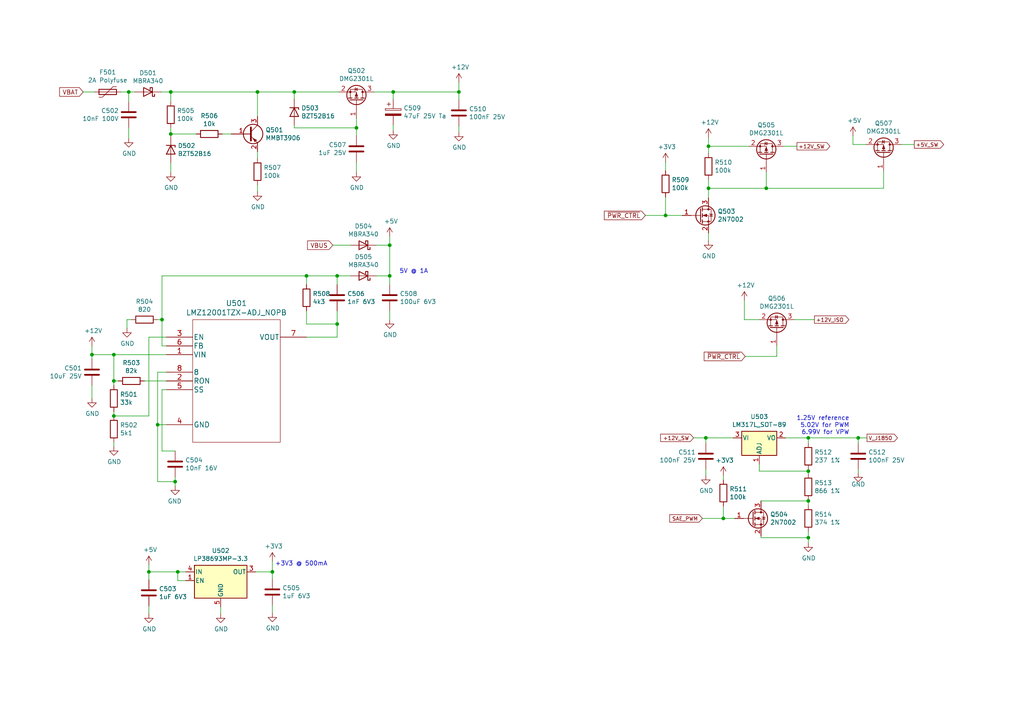
<source format=kicad_sch>
(kicad_sch (version 20211123) (generator eeschema)
  (paper "A4")
  (lib_symbols
    (symbol "Device:C" (pin_numbers hide) (pin_names (offset 0.254))
      (property "Reference" "C" (at 0.635 2.54 0))
      (property "Value" "C" (at 0.635 -2.54 0))
      (symbol "C_0_1"
        (polyline (pts (xy -2.032 -0.762) (xy 2.032 -0.762)) (stroke (width 0.508)))
        (polyline (pts (xy -2.032 0.762) (xy 2.032 0.762)) (stroke (width 0.508)))
      )
      (symbol "C_1_1"
        (pin passive line (at 0 3.81 270) (length 2.794) (name "~") (number "1"))
        (pin passive line (at 0 -3.81 90) (length 2.794) (name "~") (number "2"))
      )
    )
    (symbol "Device:CP" (pin_numbers hide) (pin_names (offset 0.254))
      (property "Reference" "C" (at 0.635 2.54 0))
      (property "Value" "Device_CP" (at 0.635 -2.54 0))
      (symbol "CP_0_1"
        (rectangle (start -2.286 0.508) (end 2.286 1.016))
        (polyline (pts (xy -1.778 2.286) (xy -0.762 2.286)))
        (polyline (pts (xy -1.27 2.794) (xy -1.27 1.778)))
        (rectangle (start 2.286 -0.508) (end -2.286 -1.016) (fill (type outline)))
      )
      (symbol "CP_1_1"
        (pin passive line (at 0 3.81 270) (length 2.794) (name "~") (number "1"))
        (pin passive line (at 0 -3.81 90) (length 2.794) (name "~") (number "2"))
      )
    )
    (symbol "Device:Polyfuse" (pin_numbers hide) (pin_names (offset 0))
      (property "Reference" "F" (at -2.54 0 90))
      (property "Value" "Polyfuse" (at 2.54 0 90))
      (symbol "Polyfuse_0_1"
        (rectangle (start -0.762 2.54) (end 0.762 -2.54) (stroke (width 0.254)))
        (polyline (pts (xy 0 2.54) (xy 0 -2.54)))
        (polyline (pts (xy -1.524 2.54) (xy -1.524 1.524) (xy 1.524 -1.524) (xy 1.524 -2.54)))
      )
      (symbol "Polyfuse_1_1"
        (pin passive line (at 0 3.81 270) (length 1.27) (name "~") (number "1"))
        (pin passive line (at 0 -3.81 90) (length 1.27) (name "~") (number "2"))
      )
    )
    (symbol "Device:R" (pin_numbers hide) (pin_names (offset 0))
      (property "Reference" "R" (at 2.032 0 90))
      (property "Value" "R" (at 0 0 90))
      (symbol "R_0_1"
        (rectangle (start -1.016 -2.54) (end 1.016 2.54) (stroke (width 0.254)))
      )
      (symbol "R_1_1"
        (pin passive line (at 0 3.81 270) (length 1.27) (name "~") (number "1"))
        (pin passive line (at 0 -3.81 90) (length 1.27) (name "~") (number "2"))
      )
    )
    (symbol "Diode:BZT52Bxx" (pin_numbers hide) (pin_names (offset 1.016) hide)
      (property "Reference" "D" (at 0 2.54 0))
      (property "Value" "BZT52Bxx" (at 0 -2.54 0))
      (symbol "BZT52Bxx_0_1"
        (polyline (pts (xy 1.27 0) (xy -1.27 0)))
        (polyline (pts (xy -1.27 -1.27) (xy -1.27 1.27) (xy -0.762 1.27)) (stroke (width 0.254)))
        (polyline (pts (xy 1.27 -1.27) (xy 1.27 1.27) (xy -1.27 0) (xy 1.27 -1.27)) (stroke (width 0.254)))
      )
      (symbol "BZT52Bxx_1_1"
        (pin passive line (at -3.81 0 0) (length 2.54) (name "K") (number "1"))
        (pin passive line (at 3.81 0 180) (length 2.54) (name "A") (number "2"))
      )
    )
    (symbol "Diode:MBRA340" (pin_numbers hide) (pin_names hide)
      (property "Reference" "D" (at 0 2.54 0))
      (property "Value" "MBRA340" (at 0 -2.54 0))
      (symbol "MBRA340_0_1"
        (polyline (pts (xy 1.27 0) (xy -1.27 0)))
        (polyline (pts (xy 1.27 1.27) (xy 1.27 -1.27) (xy -1.27 0) (xy 1.27 1.27)) (stroke (width 0.254)))
        (polyline (pts (xy -1.905 0.635) (xy -1.905 1.27) (xy -1.27 1.27) (xy -1.27 -1.27) (xy -0.635 -1.27) (xy -0.635 -0.635)) (stroke (width 0.254)))
      )
      (symbol "MBRA340_1_1"
        (pin passive line (at -3.81 0 0) (length 2.54) (name "K") (number "1"))
        (pin passive line (at 3.81 0 180) (length 2.54) (name "A") (number "2"))
      )
    )
    (symbol "Regulator_Linear:LM317L_SOT-89" (pin_names (offset 0.254))
      (property "Reference" "U" (at -3.81 3.175 0))
      (property "Value" "LM317L_SOT-89" (at 0 3.175 0))
      (symbol "LM317L_SOT-89_0_1"
        (rectangle (start -5.08 1.905) (end 5.08 -5.08) (stroke (width 0.254)) (fill (type background)))
      )
      (symbol "LM317L_SOT-89_1_1"
        (pin input line (at 0 -7.62 90) (length 2.54) (name "ADJ") (number "1"))
        (pin power_out line (at 7.62 0 180) (length 2.54) (name "VO") (number "2"))
        (pin power_in line (at -7.62 0 0) (length 2.54) (name "VI") (number "3"))
      )
    )
    (symbol "Regulator_Linear:LP38693MP-3.3" (pin_names (offset 0.254))
      (property "Reference" "U" (at -6.35 5.715 0))
      (property "Value" "LP38693MP-3.3" (at 0 5.715 0))
      (symbol "LP38693MP-3.3_0_1"
        (rectangle (start -7.62 -5.08) (end 7.62 4.445) (stroke (width 0.254)) (fill (type background)))
      )
      (symbol "LP38693MP-3.3_1_1"
        (pin input line (at -10.16 0 0) (length 2.54) (name "EN") (number "1"))
        (pin no_connect line (at 7.62 0 180) (length 2.54) hide (name "NC") (number "2"))
        (pin power_out line (at 10.16 2.54 180) (length 2.54) (name "OUT") (number "3"))
        (pin power_in line (at -10.16 2.54 0) (length 2.54) (name "IN") (number "4"))
        (pin power_in line (at 0 -7.62 90) (length 2.54) (name "GND") (number "5"))
      )
    )
    (symbol "Transistor_BJT:MMBT3906" (pin_names (offset 0) hide)
      (property "Reference" "Q" (at 5.08 1.905 0))
      (property "Value" "MMBT3906" (at 5.08 0 0))
      (symbol "MMBT3906_0_1"
        (polyline (pts (xy 0.635 0.635) (xy 2.54 2.54)))
        (polyline (pts (xy 0.635 -0.635) (xy 2.54 -2.54) (xy 2.54 -2.54)))
        (polyline (pts (xy 0.635 1.905) (xy 0.635 -1.905) (xy 0.635 -1.905)) (stroke (width 0.508)))
        (polyline (pts (xy 2.286 -1.778) (xy 1.778 -2.286) (xy 1.27 -1.27) (xy 2.286 -1.778) (xy 2.286 -1.778)) (fill (type outline)))
        (circle (center 1.27 0) (radius 2.8194) (stroke (width 0.254)))
      )
      (symbol "MMBT3906_1_1"
        (pin input line (at -5.08 0 0) (length 5.715) (name "B") (number "1"))
        (pin passive line (at 2.54 -5.08 90) (length 2.54) (name "E") (number "2"))
        (pin passive line (at 2.54 5.08 270) (length 2.54) (name "C") (number "3"))
      )
    )
    (symbol "Transistor_FET:2N7002" (pin_names hide)
      (property "Reference" "Q" (at 5.08 1.905 0))
      (property "Value" "2N7002" (at 5.08 0 0))
      (symbol "2N7002_0_1"
        (polyline (pts (xy 0.254 0) (xy -2.54 0)))
        (polyline (pts (xy 0.254 1.905) (xy 0.254 -1.905)) (stroke (width 0.254)))
        (polyline (pts (xy 0.762 -1.27) (xy 0.762 -2.286)) (stroke (width 0.254)))
        (polyline (pts (xy 0.762 0.508) (xy 0.762 -0.508)) (stroke (width 0.254)))
        (polyline (pts (xy 0.762 2.286) (xy 0.762 1.27)) (stroke (width 0.254)))
        (polyline (pts (xy 2.54 2.54) (xy 2.54 1.778)))
        (polyline (pts (xy 2.54 -2.54) (xy 2.54 0) (xy 0.762 0)))
        (polyline (pts (xy 0.762 -1.778) (xy 3.302 -1.778) (xy 3.302 1.778) (xy 0.762 1.778)))
        (polyline (pts (xy 1.016 0) (xy 2.032 0.381) (xy 2.032 -0.381) (xy 1.016 0)) (fill (type outline)))
        (polyline (pts (xy 2.794 0.508) (xy 2.921 0.381) (xy 3.683 0.381) (xy 3.81 0.254)))
        (polyline (pts (xy 3.302 0.381) (xy 2.921 -0.254) (xy 3.683 -0.254) (xy 3.302 0.381)))
        (circle (center 1.651 0) (radius 2.794) (stroke (width 0.254)))
        (circle (center 2.54 -1.778) (radius 0.254) (fill (type outline)))
        (circle (center 2.54 1.778) (radius 0.254) (fill (type outline)))
      )
      (symbol "2N7002_1_1"
        (pin input line (at -5.08 0 0) (length 2.54) (name "G") (number "1"))
        (pin passive line (at 2.54 -5.08 90) (length 2.54) (name "S") (number "2"))
        (pin passive line (at 2.54 5.08 270) (length 2.54) (name "D") (number "3"))
      )
    )
    (symbol "Transistor_FET:DMG2301L" (pin_names hide)
      (property "Reference" "Q" (at 5.08 1.905 0))
      (property "Value" "DMG2301L" (at 5.08 0 0))
      (symbol "DMG2301L_0_1"
        (polyline (pts (xy 0.254 0) (xy -2.54 0)))
        (polyline (pts (xy 0.254 1.905) (xy 0.254 -1.905)) (stroke (width 0.254)))
        (polyline (pts (xy 0.762 -1.27) (xy 0.762 -2.286)) (stroke (width 0.254)))
        (polyline (pts (xy 0.762 0.508) (xy 0.762 -0.508)) (stroke (width 0.254)))
        (polyline (pts (xy 0.762 2.286) (xy 0.762 1.27)) (stroke (width 0.254)))
        (polyline (pts (xy 2.54 2.54) (xy 2.54 1.778)))
        (polyline (pts (xy 2.54 -2.54) (xy 2.54 0) (xy 0.762 0)))
        (polyline (pts (xy 0.762 1.778) (xy 3.302 1.778) (xy 3.302 -1.778) (xy 0.762 -1.778)))
        (polyline (pts (xy 2.286 0) (xy 1.27 0.381) (xy 1.27 -0.381) (xy 2.286 0)) (fill (type outline)))
        (polyline (pts (xy 2.794 -0.508) (xy 2.921 -0.381) (xy 3.683 -0.381) (xy 3.81 -0.254)))
        (polyline (pts (xy 3.302 -0.381) (xy 2.921 0.254) (xy 3.683 0.254) (xy 3.302 -0.381)))
        (circle (center 1.651 0) (radius 2.794) (stroke (width 0.254)))
        (circle (center 2.54 -1.778) (radius 0.254) (fill (type outline)))
        (circle (center 2.54 1.778) (radius 0.254) (fill (type outline)))
      )
      (symbol "DMG2301L_1_1"
        (pin input line (at -5.08 0 0) (length 2.54) (name "G") (number "1"))
        (pin passive line (at 2.54 -5.08 90) (length 2.54) (name "S") (number "2"))
        (pin passive line (at 2.54 5.08 270) (length 2.54) (name "D") (number "3"))
      )
    )
    (symbol "UltraLibrarian:LMZ12001TZX-ADJ_NOPB" (pin_names (offset 0.254))
      (property "Reference" "U" (at 20.32 10.16 0))
      (property "Value" "UltraLibrarian_LMZ12001TZX-ADJ_NOPB" (at 20.32 7.62 0))
      (symbol "LMZ12001TZX-ADJ_NOPB_1_1"
        (polyline (pts (xy 7.62 -30.48) (xy 33.02 -30.48)) (stroke (width 0.127)))
        (polyline (pts (xy 7.62 5.08) (xy 7.62 -30.48)) (stroke (width 0.127)))
        (polyline (pts (xy 33.02 -30.48) (xy 33.02 5.08)) (stroke (width 0.127)))
        (polyline (pts (xy 33.02 5.08) (xy 7.62 5.08)) (stroke (width 0.127)))
        (pin input line (at 0 -5.08 0) (length 7.62) (name "VIN") (number "1"))
        (pin unspecified line (at 0 -12.7 0) (length 7.62) (name "RON") (number "2"))
        (pin input line (at 0 0 0) (length 7.62) (name "EN") (number "3"))
        (pin power_in line (at 0 -25.4 0) (length 7.62) (name "GND") (number "4"))
        (pin unspecified line (at 0 -15.24 0) (length 7.62) (name "SS") (number "5"))
        (pin input line (at 0 -2.54 0) (length 7.62) (name "FB") (number "6"))
        (pin output line (at 40.64 0 180) (length 7.62) (name "VOUT") (number "7"))
        (pin unspecified line (at 0 -10.16 0) (length 7.62) (name "8") (number "8"))
      )
    )
    (symbol "power:+12V" (power) (pin_names (offset 0))
      (property "Value" "+12V" (at 0 3.556 0))
      (symbol "+12V_0_1"
        (polyline (pts (xy -0.762 1.27) (xy 0 2.54)))
        (polyline (pts (xy 0 0) (xy 0 2.54)))
        (polyline (pts (xy 0 2.54) (xy 0.762 1.27)))
      )
      (symbol "+12V_1_1"
        (pin power_in line (at 0 0 90) (length 0) hide (name "+12V") (number "1"))
      )
    )
    (symbol "power:+3V3" (power) (pin_names (offset 0))
      (property "Value" "+3V3" (at 0 3.556 0))
      (symbol "+3V3_0_1"
        (polyline (pts (xy -0.762 1.27) (xy 0 2.54)))
        (polyline (pts (xy 0 0) (xy 0 2.54)))
        (polyline (pts (xy 0 2.54) (xy 0.762 1.27)))
      )
      (symbol "+3V3_1_1"
        (pin power_in line (at 0 0 90) (length 0) hide (name "+3V3") (number "1"))
      )
    )
    (symbol "power:+5V" (power) (pin_names (offset 0))
      (property "Value" "+5V" (at 0 3.556 0))
      (symbol "+5V_0_1"
        (polyline (pts (xy -0.762 1.27) (xy 0 2.54)))
        (polyline (pts (xy 0 0) (xy 0 2.54)))
        (polyline (pts (xy 0 2.54) (xy 0.762 1.27)))
      )
      (symbol "+5V_1_1"
        (pin power_in line (at 0 0 90) (length 0) hide (name "+5V") (number "1"))
      )
    )
    (symbol "power:GND" (power) (pin_names (offset 0))
      (property "Value" "GND" (at 0 -3.81 0))
      (symbol "GND_0_1"
        (polyline (pts (xy 0 0) (xy 0 -1.27) (xy 1.27 -1.27) (xy 0 -2.54) (xy -1.27 -1.27) (xy 0 -1.27)))
      )
      (symbol "GND_1_1"
        (pin power_in line (at 0 0 270) (length 0) hide (name "GND") (number "1"))
      )
    )
  )
  (junction (at 234.442 155.956))
  (junction (at 204.724 127))
  (junction (at 85.344 26.67))
  (junction (at 114.046 26.67))
  (junction (at 43.18 165.862))
  (junction (at 209.804 150.368))
  (junction (at 33.02 102.87))
  (junction (at 33.02 110.49))
  (junction (at 248.92 127))
  (junction (at 234.442 145.288))
  (junction (at 88.9 80.01))
  (junction (at 49.53 26.67))
  (junction (at 103.378 37.084))
  (junction (at 193.04 62.484))
  (junction (at 74.676 26.67))
  (junction (at 234.442 127))
  (junction (at 133.096 26.67))
  (junction (at 26.67 102.87))
  (junction (at 97.79 80.01))
  (junction (at 37.338 26.67))
  (junction (at 45.72 123.19))
  (junction (at 113.03 71.12))
  (junction (at 113.03 80.01))
  (junction (at 205.486 42.418))
  (junction (at 46.99 92.71))
  (junction (at 205.486 54.61))
  (junction (at 234.442 136.652))
  (junction (at 78.994 165.862))
  (junction (at 51.562 165.862))
  (junction (at 49.53 38.862))
  (junction (at 222.25 54.61))
  (junction (at 33.02 120.65))
  (junction (at 50.8 139.7))
  (junction (at 97.79 93.98))
  (wire (pts (xy 97.79 80.01) (xy 101.6 80.01)))
  (wire (pts (xy 261.366 41.91) (xy 265.176 41.91)))
  (wire (pts (xy 204.724 137.922) (xy 204.724 136.144)))
  (wire (pts (xy 74.676 43.942) (xy 74.676 45.974)))
  (wire (pts (xy 234.442 157.48) (xy 234.442 155.956)))
  (wire (pts (xy 43.18 97.79) (xy 43.18 120.65)))
  (wire (pts (xy 33.02 119.38) (xy 33.02 120.65)))
  (wire (pts (xy 187.198 62.484) (xy 193.04 62.484)))
  (wire (pts (xy 248.92 137.16) (xy 248.92 136.144)))
  (wire (pts (xy 49.53 47.244) (xy 49.53 50.038)))
  (wire (pts (xy 97.79 82.55) (xy 97.79 80.01)))
  (wire (pts (xy 53.848 165.862) (xy 51.562 165.862)))
  (wire (pts (xy 220.218 136.652) (xy 234.442 136.652)))
  (wire (pts (xy 201.168 127) (xy 204.724 127)))
  (wire (pts (xy 85.344 37.084) (xy 103.378 37.084)))
  (wire (pts (xy 37.338 40.132) (xy 37.338 37.084)))
  (wire (pts (xy 74.168 165.862) (xy 78.994 165.862)))
  (wire (pts (xy 97.79 80.01) (xy 88.9 80.01)))
  (wire (pts (xy 108.458 26.67) (xy 114.046 26.67)))
  (wire (pts (xy 114.046 36.322) (xy 114.046 37.846)))
  (wire (pts (xy 49.53 38.862) (xy 49.53 39.624)))
  (wire (pts (xy 36.83 92.71) (xy 38.1 92.71)))
  (wire (pts (xy 220.218 134.62) (xy 220.218 136.652)))
  (wire (pts (xy 205.486 42.418) (xy 205.486 44.45)))
  (wire (pts (xy 209.804 137.922) (xy 209.804 139.192)))
  (wire (pts (xy 64.516 38.862) (xy 67.056 38.862)))
  (wire (pts (xy 114.046 26.67) (xy 133.096 26.67)))
  (wire (pts (xy 33.02 102.87) (xy 33.02 110.49)))
  (wire (pts (xy 98.298 26.67) (xy 85.344 26.67)))
  (wire (pts (xy 248.92 127) (xy 251.46 127)))
  (wire (pts (xy 50.8 139.7) (xy 50.8 140.97)))
  (wire (pts (xy 26.67 102.87) (xy 26.67 104.14)))
  (wire (pts (xy 49.53 26.67) (xy 49.53 29.464)))
  (wire (pts (xy 227.838 127) (xy 234.442 127)))
  (wire (pts (xy 215.9 92.71) (xy 215.9 87.122)))
  (wire (pts (xy 53.848 168.402) (xy 51.562 168.402)))
  (wire (pts (xy 220.726 155.956) (xy 234.442 155.956)))
  (wire (pts (xy 33.02 128.27) (xy 33.02 129.54)))
  (wire (pts (xy 234.442 127) (xy 248.92 127)))
  (wire (pts (xy 45.72 123.19) (xy 48.26 123.19)))
  (wire (pts (xy 85.344 26.67) (xy 85.344 28.702)))
  (wire (pts (xy 43.18 120.65) (xy 33.02 120.65)))
  (wire (pts (xy 46.736 26.67) (xy 49.53 26.67)))
  (wire (pts (xy 88.9 90.17) (xy 88.9 93.98)))
  (wire (pts (xy 205.486 54.61) (xy 222.25 54.61)))
  (wire (pts (xy 97.79 97.79) (xy 97.79 93.98)))
  (wire (pts (xy 51.562 165.862) (xy 43.18 165.862)))
  (wire (pts (xy 78.994 162.814) (xy 78.994 165.862)))
  (wire (pts (xy 43.18 178.054) (xy 43.18 175.768)))
  (wire (pts (xy 41.91 110.49) (xy 48.26 110.49)))
  (wire (pts (xy 215.9 92.71) (xy 220.218 92.71)))
  (wire (pts (xy 193.04 49.53) (xy 193.04 46.99)))
  (wire (pts (xy 88.9 97.79) (xy 97.79 97.79)))
  (wire (pts (xy 48.26 107.95) (xy 45.72 107.95)))
  (wire (pts (xy 133.096 36.576) (xy 133.096 38.354)))
  (wire (pts (xy 37.338 29.464) (xy 37.338 26.67)))
  (wire (pts (xy 49.53 26.67) (xy 74.676 26.67)))
  (wire (pts (xy 46.99 92.71) (xy 45.72 92.71)))
  (wire (pts (xy 74.676 53.594) (xy 74.676 55.626)))
  (wire (pts (xy 225.298 103.378) (xy 225.298 100.33)))
  (wire (pts (xy 24.13 26.67) (xy 27.432 26.67)))
  (wire (pts (xy 33.02 102.87) (xy 48.26 102.87)))
  (wire (pts (xy 193.04 62.484) (xy 197.866 62.484)))
  (wire (pts (xy 88.9 93.98) (xy 97.79 93.98)))
  (wire (pts (xy 133.096 26.67) (xy 133.096 28.956)))
  (wire (pts (xy 113.03 80.01) (xy 113.03 82.55)))
  (wire (pts (xy 26.67 111.76) (xy 26.67 115.57)))
  (wire (pts (xy 46.99 130.81) (xy 46.99 113.03)))
  (wire (pts (xy 227.33 42.418) (xy 231.14 42.418)))
  (wire (pts (xy 45.72 107.95) (xy 45.72 123.19)))
  (wire (pts (xy 216.154 103.378) (xy 225.298 103.378)))
  (wire (pts (xy 33.02 110.49) (xy 34.29 110.49)))
  (wire (pts (xy 203.708 150.368) (xy 209.804 150.368)))
  (wire (pts (xy 48.26 97.79) (xy 43.18 97.79)))
  (wire (pts (xy 247.396 41.91) (xy 251.206 41.91)))
  (wire (pts (xy 46.99 100.33) (xy 48.26 100.33)))
  (wire (pts (xy 234.442 136.652) (xy 234.442 137.414)))
  (wire (pts (xy 113.03 71.12) (xy 113.03 80.01)))
  (wire (pts (xy 85.344 26.67) (xy 74.676 26.67)))
  (wire (pts (xy 109.22 80.01) (xy 113.03 80.01)))
  (wire (pts (xy 193.04 57.15) (xy 193.04 62.484)))
  (wire (pts (xy 113.03 68.58) (xy 113.03 71.12)))
  (wire (pts (xy 205.486 52.07) (xy 205.486 54.61)))
  (wire (pts (xy 209.804 146.812) (xy 209.804 150.368)))
  (wire (pts (xy 114.046 26.67) (xy 114.046 28.702)))
  (wire (pts (xy 33.02 110.49) (xy 33.02 111.76)))
  (wire (pts (xy 220.726 155.448) (xy 220.726 155.956)))
  (wire (pts (xy 51.562 168.402) (xy 51.562 165.862)))
  (wire (pts (xy 103.378 37.084) (xy 103.378 39.37)))
  (wire (pts (xy 109.22 71.12) (xy 113.03 71.12)))
  (wire (pts (xy 113.03 90.17) (xy 113.03 92.71)))
  (wire (pts (xy 103.378 34.29) (xy 103.378 37.084)))
  (wire (pts (xy 50.8 138.43) (xy 50.8 139.7)))
  (wire (pts (xy 234.442 136.144) (xy 234.442 136.652)))
  (wire (pts (xy 222.25 54.61) (xy 256.286 54.61)))
  (wire (pts (xy 49.53 37.084) (xy 49.53 38.862)))
  (wire (pts (xy 74.676 26.67) (xy 74.676 33.782)))
  (wire (pts (xy 36.83 95.25) (xy 36.83 92.71)))
  (wire (pts (xy 78.994 165.862) (xy 78.994 167.894)))
  (wire (pts (xy 209.804 150.368) (xy 213.106 150.368)))
  (wire (pts (xy 230.378 92.71) (xy 236.22 92.71)))
  (wire (pts (xy 234.442 155.956) (xy 234.442 154.178)))
  (wire (pts (xy 247.396 39.37) (xy 247.396 41.91)))
  (wire (pts (xy 43.18 165.862) (xy 43.18 163.83)))
  (wire (pts (xy 205.486 39.878) (xy 205.486 42.418)))
  (wire (pts (xy 45.72 139.7) (xy 50.8 139.7)))
  (wire (pts (xy 50.8 130.81) (xy 46.99 130.81)))
  (wire (pts (xy 234.442 145.034) (xy 234.442 145.288)))
  (wire (pts (xy 103.378 46.99) (xy 103.378 50.038)))
  (wire (pts (xy 35.052 26.67) (xy 37.338 26.67)))
  (wire (pts (xy 217.17 42.418) (xy 205.486 42.418)))
  (wire (pts (xy 234.442 145.288) (xy 234.442 146.558)))
  (wire (pts (xy 256.286 54.61) (xy 256.286 49.53)))
  (wire (pts (xy 46.99 92.71) (xy 46.99 100.33)))
  (wire (pts (xy 222.25 54.61) (xy 222.25 50.038)))
  (wire (pts (xy 97.79 93.98) (xy 97.79 90.17)))
  (wire (pts (xy 204.724 128.524) (xy 204.724 127)))
  (wire (pts (xy 220.726 145.288) (xy 234.442 145.288)))
  (wire (pts (xy 56.896 38.862) (xy 49.53 38.862)))
  (wire (pts (xy 26.67 100.33) (xy 26.67 102.87)))
  (wire (pts (xy 88.9 80.01) (xy 46.99 80.01)))
  (wire (pts (xy 204.724 127) (xy 212.598 127)))
  (wire (pts (xy 96.52 71.12) (xy 101.6 71.12)))
  (wire (pts (xy 46.99 80.01) (xy 46.99 92.71)))
  (wire (pts (xy 85.344 36.322) (xy 85.344 37.084)))
  (wire (pts (xy 37.338 26.67) (xy 39.116 26.67)))
  (wire (pts (xy 205.486 69.85) (xy 205.486 67.564)))
  (wire (pts (xy 26.67 102.87) (xy 33.02 102.87)))
  (wire (pts (xy 46.99 113.03) (xy 48.26 113.03)))
  (wire (pts (xy 88.9 80.01) (xy 88.9 82.55)))
  (wire (pts (xy 205.486 54.61) (xy 205.486 57.404)))
  (wire (pts (xy 133.096 23.876) (xy 133.096 26.67)))
  (wire (pts (xy 64.008 178.054) (xy 64.008 176.022)))
  (wire (pts (xy 78.994 177.8) (xy 78.994 175.514)))
  (wire (pts (xy 248.92 127) (xy 248.92 128.524)))
  (wire (pts (xy 43.18 168.148) (xy 43.18 165.862)))
  (wire (pts (xy 45.72 123.19) (xy 45.72 139.7)))
  (wire (pts (xy 234.442 128.524) (xy 234.442 127)))
  (text "1.25V reference\n5.02V for PWM\n6.99V for VPW" (at 246.38 126.238 180) (effects (font (size 1.27 1.27)) (justify right bottom)))
  (text "5V @ 1A" (at 115.824 79.502 0) (effects (font (size 1.27 1.27)) (justify left bottom)))
  (text "+3V3 @ 500mA" (at 79.756 164.338 0) (effects (font (size 1.27 1.27)) (justify left bottom)))
  (global_label "+5V_SW" (shape output) (at 265.176 41.91 0) (effects (font (size 1.0922 1.0922))) (property "Intersheet References" "${INTERSHEET_REFS}" (effects hide)))
  (global_label "V_J1850" (shape output) (at 251.46 127 0) (effects (font (size 1.0922 1.0922))) (property "Intersheet References" "${INTERSHEET_REFS}" (effects hide)))
  (global_label "+12V_ISO" (shape output) (at 236.22 92.71 0) (effects (font (size 1.0922 1.0922))) (property "Intersheet References" "${INTERSHEET_REFS}" (effects hide)))
  (global_label "+12V_SW" (shape input) (at 201.168 127 180) (effects (font (size 1.0922 1.0922))) (property "Intersheet References" "${INTERSHEET_REFS}" (effects hide)))
  (global_label "~{PWR_CTRL}" (shape input) (at 187.198 62.484 180) (property "Intersheet References" "${INTERSHEET_REFS}" (effects hide)))
  (global_label "SAE_PWM" (shape input) (at 203.708 150.368 180) (effects (font (size 1.0922 1.0922))) (property "Intersheet References" "${INTERSHEET_REFS}" (effects hide)))
  (global_label "+12V_SW" (shape output) (at 231.14 42.418 0) (effects (font (size 1.0922 1.0922))) (property "Intersheet References" "${INTERSHEET_REFS}" (effects hide)))
  (global_label "~{PWR_CTRL}" (shape input) (at 216.154 103.378 180) (property "Intersheet References" "${INTERSHEET_REFS}" (effects hide)))
  (global_label "VBAT" (shape input) (at 24.13 26.67 180) (property "Intersheet References" "${INTERSHEET_REFS}" (effects hide)))
  (global_label "VBUS" (shape input) (at 96.52 71.12 180) (property "Intersheet References" "${INTERSHEET_REFS}" (effects hide)))
  (symbol (lib_id "Transistor_BJT:MMBT3906") (at 72.136 38.862 0) (unit 1)
    (property "Reference" "Q501" (at 76.9874 37.6936 0) (effects (justify left)))
    (property "Value" "MMBT3906" (at 76.9874 40.005 0) (effects (justify left)))
    (property "Footprint" "Package_TO_SOT_SMD:SOT-23" (effects hide))
    (property "Datasheet" "https://www.onsemi.com/pub/Collateral/2N3906-D.PDF" (effects hide))
  )
  (symbol (lib_id "Transistor_FET:DMG2301L") (at 225.298 95.25 270) (mirror x) (unit 1)
    (property "Reference" "Q506" (at 225.298 86.5632 90))
    (property "Value" "DMG2301L" (at 225.298 88.8746 90))
    (property "Footprint" "Package_TO_SOT_SMD:SOT-23" (effects hide))
    (property "Datasheet" "https://www.diodes.com/assets/Datasheets/DMG2301L.pdf" (effects hide))
  )
  (symbol (lib_id "power:GND") (at 50.8 140.97 0) (mirror y) (unit 1)
    (property "Reference" "#PWR0509" (effects hide))
    (property "Value" "GND" (at 50.673 145.3642 0))
  )
  (symbol (lib_id "power:GND") (at 36.83 95.25 0) (unit 1)
    (property "Reference" "#PWR0504" (effects hide))
    (property "Value" "GND" (at 36.957 99.6442 0))
  )
  (symbol (lib_id "Device:R") (at 88.9 86.36 180) (unit 1)
    (property "Reference" "R508" (at 90.678 85.1916 0) (effects (justify right)))
    (property "Value" "4k3" (at 90.678 87.503 0) (effects (justify right)))
  )
  (symbol (lib_id "power:GND") (at 33.02 129.54 0) (unit 1)
    (property "Reference" "#PWR0503" (effects hide))
    (property "Value" "GND" (at 33.147 133.9342 0))
  )
  (symbol (lib_id "power:+12V") (at 215.9 87.122 0) (unit 1)
    (property "Reference" "#PWR0525" (effects hide))
    (property "Value" "+12V" (at 216.281 82.7278 0))
  )
  (symbol (lib_id "Device:R") (at 38.1 110.49 270) (unit 1)
    (property "Reference" "R503" (at 38.1 105.2322 90))
    (property "Value" "82k" (at 38.1 107.5436 90))
  )
  (symbol (lib_id "Device:C") (at 97.79 86.36 0) (unit 1)
    (property "Reference" "C506" (at 100.711 85.1916 0) (effects (justify left)))
    (property "Value" "1nF 6V3" (at 100.711 87.503 0) (effects (justify left)))
  )
  (symbol (lib_id "power:+3V3") (at 193.04 46.99 0) (unit 1)
    (property "Reference" "#PWR0520" (effects hide))
    (property "Value" "+3V3" (at 193.421 42.5958 0))
  )
  (symbol (lib_id "Device:R") (at 209.804 143.002 0) (unit 1)
    (property "Reference" "R511" (at 211.582 141.8336 0) (effects (justify left)))
    (property "Value" "100k" (at 211.582 144.145 0) (effects (justify left)))
  )
  (symbol (lib_id "power:+12V") (at 205.486 39.878 0) (unit 1)
    (property "Reference" "#PWR0522" (effects hide))
    (property "Value" "+12V" (at 205.867 35.4838 0))
  )
  (symbol (lib_id "Device:R") (at 74.676 49.784 0) (unit 1)
    (property "Reference" "R507" (at 76.454 48.6156 0) (effects (justify left)))
    (property "Value" "100k" (at 76.454 50.927 0) (effects (justify left)))
  )
  (symbol (lib_id "Device:C") (at 248.92 132.334 0) (unit 1)
    (property "Reference" "C512" (at 251.841 131.1656 0) (effects (justify left)))
    (property "Value" "100nF 25V" (at 251.841 133.477 0) (effects (justify left)))
  )
  (symbol (lib_id "Device:C") (at 37.338 33.274 0) (mirror x) (unit 1)
    (property "Reference" "C502" (at 34.4424 32.1056 0) (effects (justify right)))
    (property "Value" "10nF 100V" (at 34.4424 34.417 0) (effects (justify right)))
  )
  (symbol (lib_id "Device:R") (at 60.706 38.862 270) (unit 1)
    (property "Reference" "R506" (at 60.706 33.6042 90))
    (property "Value" "10k" (at 60.706 35.9156 90))
  )
  (symbol (lib_id "Device:R") (at 33.02 115.57 0) (unit 1)
    (property "Reference" "R501" (at 34.798 114.4016 0) (effects (justify left)))
    (property "Value" "33k" (at 34.798 116.713 0) (effects (justify left)))
  )
  (symbol (lib_id "Device:R") (at 205.486 48.26 0) (unit 1)
    (property "Reference" "R510" (at 207.264 47.0916 0) (effects (justify left)))
    (property "Value" "100k" (at 207.264 49.403 0) (effects (justify left)))
  )
  (symbol (lib_id "UltraLibrarian:LMZ12001TZX-ADJ_NOPB") (at 48.26 97.79 0) (unit 1)
    (property "Reference" "U501" (at 68.58 87.9602 0) (effects (font (size 1.524 1.524))))
    (property "Value" "LMZ12001TZX-ADJ_NOPB" (at 68.58 90.6526 0) (effects (font (size 1.524 1.524))))
    (property "Footprint" "TZA07A" (effects hide))
    (property "Datasheet" "https://www.st.com/resource/en/datasheet/lm139.pdf" (effects hide))
  )
  (symbol (lib_id "power:+5V") (at 247.396 39.37 0) (unit 1)
    (property "Reference" "#PWR0527" (effects hide))
    (property "Value" "+5V" (at 247.777 34.9758 0))
  )
  (symbol (lib_id "power:GND") (at 26.67 115.57 0) (unit 1)
    (property "Reference" "#PWR0502" (effects hide))
    (property "Value" "GND" (at 26.797 119.9642 0))
  )
  (symbol (lib_id "Device:CP") (at 114.046 32.512 0) (unit 1)
    (property "Reference" "C509" (at 117.0432 31.3436 0) (effects (justify left)))
    (property "Value" "47uF 25V Ta" (at 117.0432 33.655 0) (effects (justify left)))
  )
  (symbol (lib_id "power:GND") (at 43.18 178.054 0) (unit 1)
    (property "Reference" "#PWR0507" (effects hide))
    (property "Value" "GND" (at 43.307 182.4482 0))
  )
  (symbol (lib_id "power:+12V") (at 26.67 100.33 0) (unit 1)
    (property "Reference" "#PWR0501" (effects hide))
    (property "Value" "+12V" (at 27.051 95.9358 0))
  )
  (symbol (lib_id "power:GND") (at 205.486 69.85 0) (unit 1)
    (property "Reference" "#PWR0523" (effects hide))
    (property "Value" "GND" (at 205.613 74.2442 0))
  )
  (symbol (lib_id "Diode:MBRA340") (at 105.41 80.01 180) (unit 1)
    (property "Reference" "D505" (at 105.41 74.4982 0))
    (property "Value" "MBRA340" (at 105.41 76.8096 0))
    (property "Footprint" "Diode_SMD:D_SMA" (effects hide))
    (property "Datasheet" "https://www.onsemi.com/pub/Collateral/MBRA340T3-D.PDF" (effects hide))
  )
  (symbol (lib_id "Diode:BZT52Bxx") (at 85.344 32.512 270) (unit 1)
    (property "Reference" "D503" (at 87.376 31.3436 90) (effects (justify left)))
    (property "Value" "BZT52B16" (at 87.376 33.655 90) (effects (justify left)))
    (property "Footprint" "Diode_SMD:D_SOD-123" (effects hide))
    (property "Datasheet" "https://diotec.com/tl_files/diotec/files/pdf/datasheets/bzt52b2v4.pdf" (effects hide))
  )
  (symbol (lib_id "Device:R") (at 41.91 92.71 270) (unit 1)
    (property "Reference" "R504" (at 41.91 87.4522 90))
    (property "Value" "820" (at 41.91 89.7636 90))
  )
  (symbol (lib_id "Device:C") (at 26.67 107.95 0) (mirror x) (unit 1)
    (property "Reference" "C501" (at 23.749 106.7816 0) (effects (justify right)))
    (property "Value" "10uF 25V" (at 23.749 109.093 0) (effects (justify right)))
  )
  (symbol (lib_id "power:GND") (at 103.378 50.038 0) (unit 1)
    (property "Reference" "#PWR0514" (effects hide))
    (property "Value" "GND" (at 103.505 54.4322 0))
  )
  (symbol (lib_id "Device:C") (at 78.994 171.704 0) (unit 1)
    (property "Reference" "C505" (at 81.915 170.5356 0) (effects (justify left)))
    (property "Value" "1uF 6V3" (at 81.915 172.847 0) (effects (justify left)))
  )
  (symbol (lib_id "Device:C") (at 113.03 86.36 0) (unit 1)
    (property "Reference" "C508" (at 115.951 85.1916 0) (effects (justify left)))
    (property "Value" "100uF 6V3" (at 115.951 87.503 0) (effects (justify left)))
  )
  (symbol (lib_id "power:+3V3") (at 209.804 137.922 0) (unit 1)
    (property "Reference" "#PWR0524" (effects hide))
    (property "Value" "+3V3" (at 210.185 133.5278 0))
  )
  (symbol (lib_id "Transistor_FET:2N7002") (at 218.186 150.368 0) (unit 1)
    (property "Reference" "Q504" (at 223.3676 149.1996 0) (effects (justify left)))
    (property "Value" "2N7002" (at 223.3676 151.511 0) (effects (justify left)))
    (property "Footprint" "Package_TO_SOT_SMD:SOT-23" (effects hide))
    (property "Datasheet" "https://www.onsemi.com/pub/Collateral/NDS7002A-D.PDF" (effects hide))
  )
  (symbol (lib_id "power:GND") (at 133.096 38.354 0) (unit 1)
    (property "Reference" "#PWR0519" (effects hide))
    (property "Value" "GND" (at 133.223 42.7482 0))
  )
  (symbol (lib_id "Regulator_Linear:LP38693MP-3.3") (at 64.008 168.402 0) (unit 1)
    (property "Reference" "U502" (at 64.008 159.7152 0))
    (property "Value" "LP38693MP-3.3" (at 64.008 162.0266 0))
    (property "Footprint" "Package_TO_SOT_SMD:SOT-223-5" (effects hide))
    (property "Datasheet" "https://www.ti.com/lit/ds/symlink/lp38693.pdf" (effects hide))
  )
  (symbol (lib_id "Diode:BZT52Bxx") (at 49.53 43.434 270) (unit 1)
    (property "Reference" "D502" (at 51.562 42.2656 90) (effects (justify left)))
    (property "Value" "BZT52B16" (at 51.562 44.577 90) (effects (justify left)))
    (property "Footprint" "Diode_SMD:D_SOD-123" (effects hide))
    (property "Datasheet" "https://diotec.com/tl_files/diotec/files/pdf/datasheets/bzt52b2v4.pdf" (effects hide))
  )
  (symbol (lib_id "Transistor_FET:DMG2301L") (at 222.25 44.958 270) (mirror x) (unit 1)
    (property "Reference" "Q505" (at 222.25 36.2712 90))
    (property "Value" "DMG2301L" (at 222.25 38.5826 90))
    (property "Footprint" "Package_TO_SOT_SMD:SOT-23" (effects hide))
    (property "Datasheet" "https://www.diodes.com/assets/Datasheets/DMG2301L.pdf" (effects hide))
  )
  (symbol (lib_id "Device:C") (at 43.18 171.958 0) (unit 1)
    (property "Reference" "C503" (at 46.101 170.7896 0) (effects (justify left)))
    (property "Value" "1uF 6V3" (at 46.101 173.101 0) (effects (justify left)))
  )
  (symbol (lib_id "power:+5V") (at 113.03 68.58 0) (unit 1)
    (property "Reference" "#PWR0515" (effects hide))
    (property "Value" "+5V" (at 113.411 64.1858 0))
  )
  (symbol (lib_id "Device:R") (at 193.04 53.34 0) (unit 1)
    (property "Reference" "R509" (at 194.818 52.1716 0) (effects (justify left)))
    (property "Value" "100k" (at 194.818 54.483 0) (effects (justify left)))
  )
  (symbol (lib_id "Device:C") (at 50.8 134.62 0) (unit 1)
    (property "Reference" "C504" (at 53.721 133.4516 0) (effects (justify left)))
    (property "Value" "10nF 16V" (at 53.721 135.763 0) (effects (justify left)))
  )
  (symbol (lib_id "power:+3V3") (at 78.994 162.814 0) (unit 1)
    (property "Reference" "#PWR0512" (effects hide))
    (property "Value" "+3V3" (at 79.375 158.4198 0))
  )
  (symbol (lib_id "Regulator_Linear:LM317L_SOT-89") (at 220.218 127 0) (unit 1)
    (property "Reference" "U503" (at 220.218 120.8532 0))
    (property "Value" "LM317L_SOT-89" (at 220.218 123.1646 0))
    (property "Footprint" "Package_TO_SOT_SMD:SOT-89-3" (effects hide))
    (property "Datasheet" "http://www.ti.com/lit/ds/symlink/lm317l.pdf" (effects hide))
  )
  (symbol (lib_id "power:GND") (at 248.92 137.16 0) (unit 1)
    (property "Reference" "#PWR0528" (effects hide))
    (property "Value" "GND" (at 248.92 140.462 0))
  )
  (symbol (lib_id "power:GND") (at 113.03 92.71 0) (unit 1)
    (property "Reference" "#PWR0516" (effects hide))
    (property "Value" "GND" (at 113.157 97.1042 0))
  )
  (symbol (lib_id "power:GND") (at 204.724 137.922 0) (unit 1)
    (property "Reference" "#PWR0521" (effects hide))
    (property "Value" "GND" (at 204.851 142.3162 0))
  )
  (symbol (lib_id "Device:R") (at 33.02 124.46 0) (unit 1)
    (property "Reference" "R502" (at 34.798 123.2916 0) (effects (justify left)))
    (property "Value" "5k1" (at 34.798 125.603 0) (effects (justify left)))
  )
  (symbol (lib_id "Device:R") (at 234.442 150.368 0) (unit 1)
    (property "Reference" "R514" (at 236.22 149.1996 0) (effects (justify left)))
    (property "Value" "374 1%" (at 236.22 151.511 0) (effects (justify left)))
  )
  (symbol (lib_id "power:GND") (at 74.676 55.626 0) (unit 1)
    (property "Reference" "#PWR0511" (effects hide))
    (property "Value" "GND" (at 74.803 60.0202 0))
  )
  (symbol (lib_id "Diode:MBRA340") (at 42.926 26.67 180) (unit 1)
    (property "Reference" "D501" (at 42.926 21.1582 0))
    (property "Value" "MBRA340" (at 42.926 23.4696 0))
    (property "Footprint" "Diode_SMD:D_SMA" (effects hide))
    (property "Datasheet" "https://www.onsemi.com/pub/Collateral/MBRA340T3-D.PDF" (effects hide))
  )
  (symbol (lib_id "Device:R") (at 234.442 132.334 0) (unit 1)
    (property "Reference" "R512" (at 236.22 131.1656 0) (effects (justify left)))
    (property "Value" "237 1%" (at 236.22 133.477 0) (effects (justify left)))
  )
  (symbol (lib_id "Transistor_FET:DMG2301L") (at 256.286 44.45 270) (mirror x) (unit 1)
    (property "Reference" "Q507" (at 256.286 35.7632 90))
    (property "Value" "DMG2301L" (at 256.286 38.0746 90))
    (property "Footprint" "Package_TO_SOT_SMD:SOT-23" (effects hide))
    (property "Datasheet" "https://www.diodes.com/assets/Datasheets/DMG2301L.pdf" (effects hide))
  )
  (symbol (lib_id "Diode:MBRA340") (at 105.41 71.12 180) (unit 1)
    (property "Reference" "D504" (at 105.41 65.6082 0))
    (property "Value" "MBRA340" (at 105.41 67.9196 0))
    (property "Footprint" "Diode_SMD:D_SMA" (effects hide))
    (property "Datasheet" "https://www.onsemi.com/pub/Collateral/MBRA340T3-D.PDF" (effects hide))
  )
  (symbol (lib_id "power:+12V") (at 133.096 23.876 0) (unit 1)
    (property "Reference" "#PWR0518" (effects hide))
    (property "Value" "+12V" (at 133.477 19.4818 0))
  )
  (symbol (lib_id "Transistor_FET:2N7002") (at 202.946 62.484 0) (unit 1)
    (property "Reference" "Q503" (at 208.1276 61.3156 0) (effects (justify left)))
    (property "Value" "2N7002" (at 208.1276 63.627 0) (effects (justify left)))
    (property "Footprint" "Package_TO_SOT_SMD:SOT-23" (effects hide))
    (property "Datasheet" "https://www.onsemi.com/pub/Collateral/NDS7002A-D.PDF" (effects hide))
  )
  (symbol (lib_id "Device:C") (at 204.724 132.334 0) (mirror x) (unit 1)
    (property "Reference" "C511" (at 201.8284 131.1656 0) (effects (justify right)))
    (property "Value" "100nF 25V" (at 201.8284 133.477 0) (effects (justify right)))
  )
  (symbol (lib_id "power:+5V") (at 43.18 163.83 0) (unit 1)
    (property "Reference" "#PWR0506" (effects hide))
    (property "Value" "+5V" (at 43.561 159.4358 0))
  )
  (symbol (lib_id "Device:Polyfuse") (at 31.242 26.67 270) (unit 1)
    (property "Reference" "F501" (at 31.242 20.955 90))
    (property "Value" "2A Polyfuse" (at 31.242 23.2664 90))
  )
  (symbol (lib_id "Device:R") (at 234.442 141.224 0) (unit 1)
    (property "Reference" "R513" (at 236.22 140.0556 0) (effects (justify left)))
    (property "Value" "866 1%" (at 236.22 142.367 0) (effects (justify left)))
  )
  (symbol (lib_id "Transistor_FET:DMG2301L") (at 103.378 29.21 270) (mirror x) (unit 1)
    (property "Reference" "Q502" (at 103.378 20.5232 90))
    (property "Value" "DMG2301L" (at 103.378 22.8346 90))
    (property "Footprint" "Package_TO_SOT_SMD:SOT-23" (effects hide))
    (property "Datasheet" "https://www.diodes.com/assets/Datasheets/DMG2301L.pdf" (effects hide))
  )
  (symbol (lib_id "power:GND") (at 37.338 40.132 0) (unit 1)
    (property "Reference" "#PWR0505" (effects hide))
    (property "Value" "GND" (at 37.465 44.5262 0))
  )
  (symbol (lib_id "Device:C") (at 103.378 43.18 0) (mirror x) (unit 1)
    (property "Reference" "C507" (at 100.457 42.0116 0) (effects (justify right)))
    (property "Value" "1uF 25V" (at 100.457 44.323 0) (effects (justify right)))
  )
  (symbol (lib_id "Device:C") (at 133.096 32.766 0) (unit 1)
    (property "Reference" "C510" (at 136.017 31.5976 0) (effects (justify left)))
    (property "Value" "100nF 25V" (at 136.017 33.909 0) (effects (justify left)))
  )
  (symbol (lib_id "Device:R") (at 49.53 33.274 0) (unit 1)
    (property "Reference" "R505" (at 51.308 32.1056 0) (effects (justify left)))
    (property "Value" "100k" (at 51.308 34.417 0) (effects (justify left)))
  )
  (symbol (lib_id "power:GND") (at 114.046 37.846 0) (unit 1)
    (property "Reference" "#PWR0517" (effects hide))
    (property "Value" "GND" (at 114.173 42.2402 0))
  )
  (symbol (lib_id "power:GND") (at 78.994 177.8 0) (unit 1)
    (property "Reference" "#PWR0513" (effects hide))
    (property "Value" "GND" (at 79.121 182.1942 0))
  )
  (symbol (lib_id "power:GND") (at 64.008 178.054 0) (unit 1)
    (property "Reference" "#PWR0510" (effects hide))
    (property "Value" "GND" (at 64.135 182.4482 0))
  )
  (symbol (lib_id "power:GND") (at 234.442 157.48 0) (unit 1)
    (property "Reference" "#PWR0526" (effects hide))
    (property "Value" "GND" (at 234.569 161.8742 0))
  )
  (symbol (lib_id "power:GND") (at 49.53 50.038 0) (unit 1)
    (property "Reference" "#PWR0508" (effects hide))
    (property "Value" "GND" (at 49.657 54.4322 0))
  )
)
</source>
